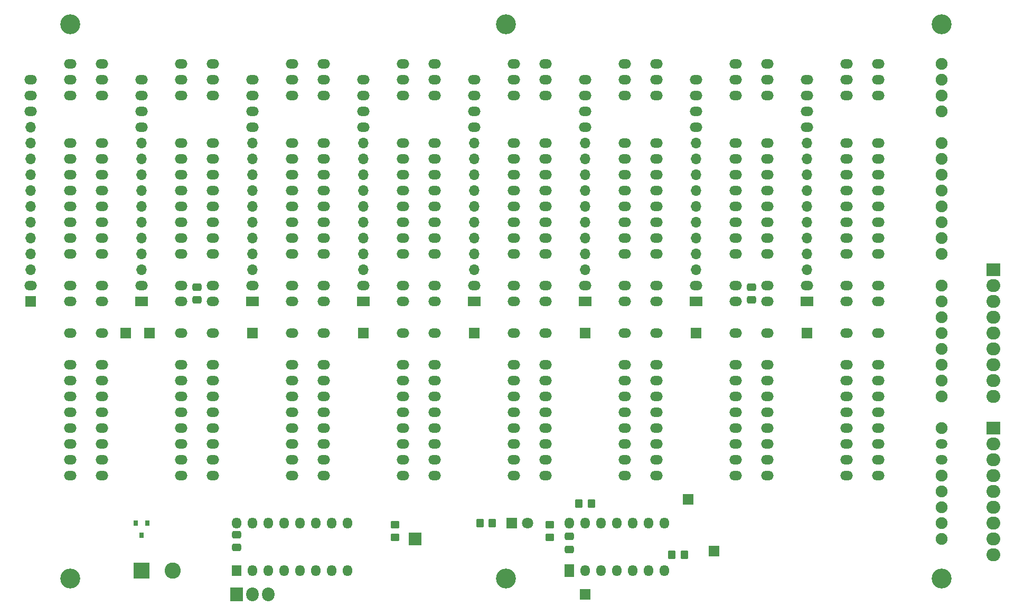
<source format=gbr>
%TF.GenerationSoftware,KiCad,Pcbnew,9.0.6*%
%TF.CreationDate,2026-01-09T18:10:28+03:00*%
%TF.ProjectId,Regs-v6,52656773-2d76-4362-9e6b-696361645f70,rev?*%
%TF.SameCoordinates,Original*%
%TF.FileFunction,Soldermask,Bot*%
%TF.FilePolarity,Negative*%
%FSLAX46Y46*%
G04 Gerber Fmt 4.6, Leading zero omitted, Abs format (unit mm)*
G04 Created by KiCad (PCBNEW 9.0.6) date 2026-01-09 18:10:28*
%MOMM*%
%LPD*%
G01*
G04 APERTURE LIST*
G04 Aperture macros list*
%AMRoundRect*
0 Rectangle with rounded corners*
0 $1 Rounding radius*
0 $2 $3 $4 $5 $6 $7 $8 $9 X,Y pos of 4 corners*
0 Add a 4 corners polygon primitive as box body*
4,1,4,$2,$3,$4,$5,$6,$7,$8,$9,$2,$3,0*
0 Add four circle primitives for the rounded corners*
1,1,$1+$1,$2,$3*
1,1,$1+$1,$4,$5*
1,1,$1+$1,$6,$7*
1,1,$1+$1,$8,$9*
0 Add four rect primitives between the rounded corners*
20,1,$1+$1,$2,$3,$4,$5,0*
20,1,$1+$1,$4,$5,$6,$7,0*
20,1,$1+$1,$6,$7,$8,$9,0*
20,1,$1+$1,$8,$9,$2,$3,0*%
G04 Aperture macros list end*
%ADD10O,2.000000X1.500000*%
%ADD11C,3.200000*%
%ADD12R,2.000000X2.200000*%
%ADD13O,2.000000X2.200000*%
%ADD14R,1.700000X1.700000*%
%ADD15R,1.500000X2.000000*%
%ADD16O,1.500000X1.800000*%
%ADD17R,2.600000X2.600000*%
%ADD18C,2.600000*%
%ADD19R,2.200000X2.100000*%
%ADD20O,2.200000X2.100000*%
%ADD21O,1.900000X1.900000*%
%ADD22O,1.900000X1.500000*%
%ADD23R,1.500000X1.800000*%
%ADD24R,2.000000X2.000000*%
%ADD25R,1.800000X1.800000*%
%ADD26C,1.800000*%
%ADD27RoundRect,0.249999X0.450001X-0.350001X0.450001X0.350001X-0.450001X0.350001X-0.450001X-0.350001X0*%
%ADD28RoundRect,0.249999X0.350001X0.450001X-0.350001X0.450001X-0.350001X-0.450001X0.350001X-0.450001X0*%
%ADD29RoundRect,0.250000X-0.475000X0.337500X-0.475000X-0.337500X0.475000X-0.337500X0.475000X0.337500X0*%
%ADD30R,0.800000X0.900000*%
%ADD31R,2.000000X1.500000*%
%ADD32O,1.700000X1.700000*%
%ADD33RoundRect,0.250000X0.350000X0.450000X-0.350000X0.450000X-0.350000X-0.450000X0.350000X-0.450000X0*%
%ADD34RoundRect,0.250000X-0.450000X0.350000X-0.450000X-0.350000X0.450000X-0.350000X0.450000X0.350000X0*%
G04 APERTURE END LIST*
D10*
%TO.C,U3*%
X116840000Y-90170000D03*
X116840000Y-87630000D03*
X116840000Y-85090000D03*
X116840000Y-82550000D03*
X116840000Y-80010000D03*
X116840000Y-77470000D03*
X116840000Y-74930000D03*
X116840000Y-72390000D03*
X116840000Y-67310000D03*
X116840000Y-62230000D03*
X116840000Y-59690000D03*
X116840000Y-54610000D03*
X116840000Y-52070000D03*
X116840000Y-49530000D03*
X116840000Y-46990000D03*
X116840000Y-44450000D03*
X116840000Y-41910000D03*
X116840000Y-39370000D03*
X116840000Y-36830000D03*
X116840000Y-29210000D03*
X116840000Y-26670000D03*
X116840000Y-24130000D03*
%TD*%
%TO.C,U5*%
X81280000Y-90170000D03*
X81280000Y-87630000D03*
X81280000Y-85090000D03*
X81280000Y-82550000D03*
X81280000Y-80010000D03*
X81280000Y-77470000D03*
X81280000Y-74930000D03*
X81280000Y-72390000D03*
X81280000Y-67310000D03*
X81280000Y-62230000D03*
X81280000Y-59690000D03*
X81280000Y-54610000D03*
X81280000Y-52070000D03*
X81280000Y-49530000D03*
X81280000Y-46990000D03*
X81280000Y-44450000D03*
X81280000Y-41910000D03*
X81280000Y-39370000D03*
X81280000Y-36830000D03*
X81280000Y-29210000D03*
X81280000Y-26670000D03*
X81280000Y-24130000D03*
%TD*%
%TO.C,U7*%
X45720000Y-90170000D03*
X45720000Y-87630000D03*
X45720000Y-85090000D03*
X45720000Y-82550000D03*
X45720000Y-80010000D03*
X45720000Y-77470000D03*
X45720000Y-74930000D03*
X45720000Y-72390000D03*
X45720000Y-67310000D03*
X45720000Y-62230000D03*
X45720000Y-59690000D03*
X45720000Y-54610000D03*
X45720000Y-52070000D03*
X45720000Y-49530000D03*
X45720000Y-46990000D03*
X45720000Y-44450000D03*
X45720000Y-41910000D03*
X45720000Y-39370000D03*
X45720000Y-36830000D03*
X45720000Y-29210000D03*
X45720000Y-26670000D03*
X45720000Y-24130000D03*
%TD*%
%TO.C,U4*%
X99060000Y-90170000D03*
X99060000Y-87630000D03*
X99060000Y-85090000D03*
X99060000Y-82550000D03*
X99060000Y-80010000D03*
X99060000Y-77470000D03*
X99060000Y-74930000D03*
X99060000Y-72390000D03*
X99060000Y-67310000D03*
X99060000Y-62230000D03*
X99060000Y-59690000D03*
X99060000Y-54610000D03*
X99060000Y-52070000D03*
X99060000Y-49530000D03*
X99060000Y-46990000D03*
X99060000Y-44450000D03*
X99060000Y-41910000D03*
X99060000Y-39370000D03*
X99060000Y-36830000D03*
X99060000Y-29210000D03*
X99060000Y-26670000D03*
X99060000Y-24130000D03*
%TD*%
%TO.C,U6*%
X63500000Y-90170000D03*
X63500000Y-87630000D03*
X63500000Y-85090000D03*
X63500000Y-82550000D03*
X63500000Y-80010000D03*
X63500000Y-77470000D03*
X63500000Y-74930000D03*
X63500000Y-72390000D03*
X63500000Y-67310000D03*
X63500000Y-62230000D03*
X63500000Y-59690000D03*
X63500000Y-54610000D03*
X63500000Y-52070000D03*
X63500000Y-49530000D03*
X63500000Y-46990000D03*
X63500000Y-44450000D03*
X63500000Y-41910000D03*
X63500000Y-39370000D03*
X63500000Y-36830000D03*
X63500000Y-29210000D03*
X63500000Y-26670000D03*
X63500000Y-24130000D03*
%TD*%
%TO.C,U8*%
X27940000Y-90170000D03*
X27940000Y-87630000D03*
X27940000Y-85090000D03*
X27940000Y-82550000D03*
X27940000Y-80010000D03*
X27940000Y-77470000D03*
X27940000Y-74930000D03*
X27940000Y-72390000D03*
X27940000Y-67310000D03*
X27940000Y-62230000D03*
X27940000Y-59690000D03*
X27940000Y-54610000D03*
X27940000Y-52070000D03*
X27940000Y-49530000D03*
X27940000Y-46990000D03*
X27940000Y-44450000D03*
X27940000Y-41910000D03*
X27940000Y-39370000D03*
X27940000Y-36830000D03*
X27940000Y-29210000D03*
X27940000Y-26670000D03*
X27940000Y-24130000D03*
%TD*%
%TO.C,U1*%
X152400000Y-90170000D03*
X152400000Y-87630000D03*
X152400000Y-85090000D03*
X152400000Y-82550000D03*
X152400000Y-80010000D03*
X152400000Y-77470000D03*
X152400000Y-74930000D03*
X152400000Y-72390000D03*
X152400000Y-67310000D03*
X152400000Y-62230000D03*
X152400000Y-59690000D03*
X152400000Y-54610000D03*
X152400000Y-52070000D03*
X152400000Y-49530000D03*
X152400000Y-46990000D03*
X152400000Y-44450000D03*
X152400000Y-41910000D03*
X152400000Y-39370000D03*
X152400000Y-36830000D03*
X152400000Y-29210000D03*
X152400000Y-26670000D03*
X152400000Y-24130000D03*
%TD*%
D11*
%TO.C,H1*%
X22860000Y-17780000D03*
%TD*%
%TO.C,H3*%
X22860000Y-106680000D03*
%TD*%
%TO.C,H5*%
X92710000Y-17780000D03*
%TD*%
%TO.C,H2*%
X92710000Y-106680000D03*
%TD*%
%TO.C,H4*%
X162560000Y-17780000D03*
%TD*%
%TO.C,H6*%
X162560000Y-106680000D03*
%TD*%
D12*
%TO.C,J11*%
X49530000Y-109220000D03*
D13*
X52070000Y-109220000D03*
X54610000Y-109220000D03*
%TD*%
D14*
%TO.C,J13*%
X87630000Y-67310000D03*
%TD*%
%TO.C,J14*%
X126047500Y-102235000D03*
%TD*%
%TO.C,J15*%
X105410000Y-109220000D03*
%TD*%
D15*
%TO.C,U14*%
X102870000Y-105410000D03*
D16*
X105410000Y-105410000D03*
X107950000Y-105410000D03*
X110490000Y-105410000D03*
X113030000Y-105410000D03*
X115570000Y-105410000D03*
X118110000Y-105410000D03*
X118110000Y-97790000D03*
X115570000Y-97790000D03*
X113030000Y-97790000D03*
X110490000Y-97790000D03*
X107950000Y-97790000D03*
X105410000Y-97790000D03*
X102870000Y-97790000D03*
%TD*%
D17*
%TO.C,J16*%
X34290000Y-105410000D03*
D18*
X39290000Y-105410000D03*
%TD*%
D19*
%TO.C,J17*%
X170815000Y-82550000D03*
D20*
X170815000Y-85090000D03*
X170815000Y-87630000D03*
X170815000Y-90170000D03*
X170815000Y-92710000D03*
X170815000Y-95250000D03*
X170815000Y-97790000D03*
X170815000Y-100330000D03*
X170815000Y-102870000D03*
%TD*%
D19*
%TO.C,J18*%
X170815000Y-57150000D03*
D20*
X170815000Y-59690000D03*
X170815000Y-62230000D03*
X170815000Y-64770000D03*
X170815000Y-67310000D03*
X170815000Y-69850000D03*
X170815000Y-72390000D03*
X170815000Y-74930000D03*
X170815000Y-77470000D03*
%TD*%
D14*
%TO.C,J19*%
X35560000Y-67310000D03*
%TD*%
D10*
%TO.C,U9*%
X147320000Y-90170000D03*
X147320000Y-87630000D03*
X147320000Y-85090000D03*
X147320000Y-82550000D03*
X147320000Y-80010000D03*
X147320000Y-77470000D03*
X147320000Y-74930000D03*
X147320000Y-72390000D03*
X147320000Y-67310000D03*
X147320000Y-62230000D03*
X147320000Y-59690000D03*
X147320000Y-54610000D03*
X147320000Y-52070000D03*
X147320000Y-49530000D03*
X147320000Y-46990000D03*
X147320000Y-44450000D03*
X147320000Y-41910000D03*
X147320000Y-39370000D03*
X147320000Y-36830000D03*
X147320000Y-29210000D03*
X147320000Y-26670000D03*
X147320000Y-24130000D03*
%TD*%
%TO.C,U10*%
X129540000Y-90170000D03*
X129540000Y-87630000D03*
X129540000Y-85090000D03*
X129540000Y-82550000D03*
X129540000Y-80010000D03*
X129540000Y-77470000D03*
X129540000Y-74930000D03*
X129540000Y-72390000D03*
X129540000Y-67310000D03*
X129540000Y-62230000D03*
X129540000Y-59690000D03*
X129540000Y-54610000D03*
X129540000Y-52070000D03*
X129540000Y-49530000D03*
X129540000Y-46990000D03*
X129540000Y-44450000D03*
X129540000Y-41910000D03*
X129540000Y-39370000D03*
X129540000Y-36830000D03*
X129540000Y-29210000D03*
X129540000Y-26670000D03*
X129540000Y-24130000D03*
%TD*%
%TO.C,U11*%
X111760000Y-90170000D03*
X111760000Y-87630000D03*
X111760000Y-85090000D03*
X111760000Y-82550000D03*
X111760000Y-80010000D03*
X111760000Y-77470000D03*
X111760000Y-74930000D03*
X111760000Y-72390000D03*
X111760000Y-67310000D03*
X111760000Y-62230000D03*
X111760000Y-59690000D03*
X111760000Y-54610000D03*
X111760000Y-52070000D03*
X111760000Y-49530000D03*
X111760000Y-46990000D03*
X111760000Y-44450000D03*
X111760000Y-41910000D03*
X111760000Y-39370000D03*
X111760000Y-36830000D03*
X111760000Y-29210000D03*
X111760000Y-26670000D03*
X111760000Y-24130000D03*
%TD*%
%TO.C,U12*%
X93980000Y-90170000D03*
X93980000Y-87630000D03*
X93980000Y-85090000D03*
X93980000Y-82550000D03*
X93980000Y-80010000D03*
X93980000Y-77470000D03*
X93980000Y-74930000D03*
X93980000Y-72390000D03*
X93980000Y-67310000D03*
X93980000Y-62230000D03*
X93980000Y-59690000D03*
X93980000Y-54610000D03*
X93980000Y-52070000D03*
X93980000Y-49530000D03*
X93980000Y-46990000D03*
X93980000Y-44450000D03*
X93980000Y-41910000D03*
X93980000Y-39370000D03*
X93980000Y-36830000D03*
X93980000Y-29210000D03*
X93980000Y-26670000D03*
X93980000Y-24130000D03*
%TD*%
%TO.C,U16*%
X76200000Y-90170000D03*
X76200000Y-87630000D03*
X76200000Y-85090000D03*
X76200000Y-82550000D03*
X76200000Y-80010000D03*
X76200000Y-77470000D03*
X76200000Y-74930000D03*
X76200000Y-72390000D03*
X76200000Y-67310000D03*
X76200000Y-62230000D03*
X76200000Y-59690000D03*
X76200000Y-54610000D03*
X76200000Y-52070000D03*
X76200000Y-49530000D03*
X76200000Y-46990000D03*
X76200000Y-44450000D03*
X76200000Y-41910000D03*
X76200000Y-39370000D03*
X76200000Y-36830000D03*
X76200000Y-29210000D03*
X76200000Y-26670000D03*
X76200000Y-24130000D03*
%TD*%
%TO.C,U17*%
X58420000Y-90170000D03*
X58420000Y-87630000D03*
X58420000Y-85090000D03*
X58420000Y-82550000D03*
X58420000Y-80010000D03*
X58420000Y-77470000D03*
X58420000Y-74930000D03*
X58420000Y-72390000D03*
X58420000Y-67310000D03*
X58420000Y-62230000D03*
X58420000Y-59690000D03*
X58420000Y-54610000D03*
X58420000Y-52070000D03*
X58420000Y-49530000D03*
X58420000Y-46990000D03*
X58420000Y-44450000D03*
X58420000Y-41910000D03*
X58420000Y-39370000D03*
X58420000Y-36830000D03*
X58420000Y-29210000D03*
X58420000Y-26670000D03*
X58420000Y-24130000D03*
%TD*%
%TO.C,U18*%
X40640000Y-90170000D03*
X40640000Y-87630000D03*
X40640000Y-85090000D03*
X40640000Y-82550000D03*
X40640000Y-80010000D03*
X40640000Y-77470000D03*
X40640000Y-74930000D03*
X40640000Y-72390000D03*
X40640000Y-67310000D03*
X40640000Y-62230000D03*
X40640000Y-59690000D03*
X40640000Y-54610000D03*
X40640000Y-52070000D03*
X40640000Y-49530000D03*
X40640000Y-46990000D03*
X40640000Y-44450000D03*
X40640000Y-41910000D03*
X40640000Y-39370000D03*
X40640000Y-36830000D03*
X40640000Y-29210000D03*
X40640000Y-26670000D03*
X40640000Y-24130000D03*
%TD*%
%TO.C,U19*%
X22860000Y-90170000D03*
X22860000Y-87630000D03*
X22860000Y-85090000D03*
X22860000Y-82550000D03*
X22860000Y-80010000D03*
X22860000Y-77470000D03*
X22860000Y-74930000D03*
X22860000Y-72390000D03*
X22860000Y-67310000D03*
X22860000Y-62230000D03*
X22860000Y-59690000D03*
X22860000Y-54610000D03*
X22860000Y-52070000D03*
X22860000Y-49530000D03*
X22860000Y-46990000D03*
X22860000Y-44450000D03*
X22860000Y-41910000D03*
X22860000Y-39370000D03*
X22860000Y-36830000D03*
X22860000Y-29210000D03*
X22860000Y-26670000D03*
X22860000Y-24130000D03*
%TD*%
%TO.C,U2*%
X134620000Y-90170000D03*
X134620000Y-87630000D03*
X134620000Y-85090000D03*
X134620000Y-82550000D03*
X134620000Y-80010000D03*
X134620000Y-77470000D03*
X134620000Y-74930000D03*
X134620000Y-72390000D03*
X134620000Y-67310000D03*
X134620000Y-62230000D03*
X134620000Y-59690000D03*
X134620000Y-54610000D03*
X134620000Y-52070000D03*
X134620000Y-49530000D03*
X134620000Y-46990000D03*
X134620000Y-44450000D03*
X134620000Y-41910000D03*
X134620000Y-39370000D03*
X134620000Y-36830000D03*
X134620000Y-29210000D03*
X134620000Y-26670000D03*
X134620000Y-24130000D03*
%TD*%
D21*
%TO.C,U15*%
X162560000Y-100330000D03*
X162560000Y-97790000D03*
X162560000Y-95250000D03*
X162560000Y-92710000D03*
X162560000Y-90170000D03*
D22*
X162560000Y-87630000D03*
X162560000Y-85090000D03*
D21*
X162560000Y-82550000D03*
X162560000Y-77470000D03*
X162560000Y-74930000D03*
X162560000Y-72390000D03*
X162560000Y-69850000D03*
X162560000Y-67310000D03*
X162560000Y-64770000D03*
X162560000Y-62230000D03*
X162560000Y-59690000D03*
X162560000Y-54610000D03*
X162560000Y-52070000D03*
X162560000Y-49530000D03*
X162560000Y-46990000D03*
X162560000Y-44450000D03*
X162560000Y-41910000D03*
X162560000Y-39370000D03*
X162560000Y-36830000D03*
X162560000Y-31750000D03*
X162560000Y-29210000D03*
X162560000Y-26670000D03*
X162560000Y-24130000D03*
%TD*%
D23*
%TO.C,U13*%
X49530000Y-105410000D03*
D16*
X52070000Y-105410000D03*
X54610000Y-105410000D03*
X57150000Y-105410000D03*
X59690000Y-105410000D03*
X62230000Y-105410000D03*
X64770000Y-105410000D03*
X67310000Y-105410000D03*
X67310000Y-97790000D03*
X64770000Y-97790000D03*
X62230000Y-97790000D03*
X59690000Y-97790000D03*
X57150000Y-97790000D03*
X54610000Y-97790000D03*
X52070000Y-97790000D03*
X49530000Y-97790000D03*
%TD*%
D14*
%TO.C,J20*%
X52070000Y-67310000D03*
%TD*%
D24*
%TO.C,J12*%
X78105000Y-100330000D03*
%TD*%
D25*
%TO.C,D1*%
X93662500Y-97790000D03*
D26*
X96202500Y-97790000D03*
%TD*%
D14*
%TO.C,J9*%
X121920000Y-93980000D03*
%TD*%
%TO.C,J10*%
X140970000Y-67310000D03*
%TD*%
%TO.C,J21*%
X105410000Y-67310000D03*
%TD*%
%TO.C,J22*%
X31750000Y-67310000D03*
%TD*%
%TO.C,J23*%
X123190000Y-67310000D03*
%TD*%
%TO.C,J24*%
X69850000Y-67310000D03*
%TD*%
D27*
%TO.C,R5*%
X74930000Y-100060000D03*
X74930000Y-98060000D03*
%TD*%
D28*
%TO.C,R6*%
X106410000Y-94615000D03*
X104410000Y-94615000D03*
%TD*%
D29*
%TO.C,C1*%
X43180000Y-59922500D03*
X43180000Y-61997500D03*
%TD*%
%TO.C,C2*%
X132080000Y-59922500D03*
X132080000Y-61997500D03*
%TD*%
%TO.C,C3*%
X49530000Y-99610000D03*
X49530000Y-101685000D03*
%TD*%
%TO.C,C4*%
X102870000Y-99927500D03*
X102870000Y-102002500D03*
%TD*%
D30*
%TO.C,Q1*%
X33340000Y-97742500D03*
X35240000Y-97742500D03*
X34290000Y-99742500D03*
%TD*%
D28*
%TO.C,R7*%
X121332500Y-102870000D03*
X119332500Y-102870000D03*
%TD*%
D31*
%TO.C,J1*%
X140970000Y-62230000D03*
D10*
X140970000Y-59690000D03*
D32*
X140970000Y-57150000D03*
X140970000Y-54610000D03*
X140970000Y-52070000D03*
X140970000Y-49530000D03*
X140970000Y-46990000D03*
X140970000Y-44450000D03*
X140970000Y-41910000D03*
X140970000Y-39370000D03*
X140970000Y-36830000D03*
D10*
X140970000Y-34290000D03*
X140970000Y-31750000D03*
X140970000Y-29210000D03*
X140970000Y-26670000D03*
%TD*%
D31*
%TO.C,J2*%
X123190000Y-62230000D03*
D10*
X123190000Y-59690000D03*
D32*
X123190000Y-57150000D03*
X123190000Y-54610000D03*
X123190000Y-52070000D03*
X123190000Y-49530000D03*
X123190000Y-46990000D03*
X123190000Y-44450000D03*
X123190000Y-41910000D03*
X123190000Y-39370000D03*
X123190000Y-36830000D03*
D10*
X123190000Y-34290000D03*
X123190000Y-31750000D03*
X123190000Y-29210000D03*
X123190000Y-26670000D03*
%TD*%
D31*
%TO.C,J3*%
X105410000Y-62230000D03*
D10*
X105410000Y-59690000D03*
D32*
X105410000Y-57150000D03*
X105410000Y-54610000D03*
X105410000Y-52070000D03*
X105410000Y-49530000D03*
X105410000Y-46990000D03*
X105410000Y-44450000D03*
X105410000Y-41910000D03*
X105410000Y-39370000D03*
X105410000Y-36830000D03*
D10*
X105410000Y-34290000D03*
X105410000Y-31750000D03*
X105410000Y-29210000D03*
X105410000Y-26670000D03*
%TD*%
D31*
%TO.C,J4*%
X87630000Y-62230000D03*
D10*
X87630000Y-59690000D03*
D32*
X87630000Y-57150000D03*
X87630000Y-54610000D03*
X87630000Y-52070000D03*
X87630000Y-49530000D03*
X87630000Y-46990000D03*
X87630000Y-44450000D03*
X87630000Y-41910000D03*
X87630000Y-39370000D03*
X87630000Y-36830000D03*
D10*
X87630000Y-34290000D03*
X87630000Y-31750000D03*
X87630000Y-29210000D03*
X87630000Y-26670000D03*
%TD*%
D31*
%TO.C,J5*%
X69850000Y-62230000D03*
D10*
X69850000Y-59690000D03*
D32*
X69850000Y-57150000D03*
X69850000Y-54610000D03*
X69850000Y-52070000D03*
X69850000Y-49530000D03*
X69850000Y-46990000D03*
X69850000Y-44450000D03*
X69850000Y-41910000D03*
X69850000Y-39370000D03*
X69850000Y-36830000D03*
D10*
X69850000Y-34290000D03*
X69850000Y-31750000D03*
X69850000Y-29210000D03*
X69850000Y-26670000D03*
%TD*%
D31*
%TO.C,J6*%
X52070000Y-62230000D03*
D10*
X52070000Y-59690000D03*
D32*
X52070000Y-57150000D03*
X52070000Y-54610000D03*
X52070000Y-52070000D03*
X52070000Y-49530000D03*
X52070000Y-46990000D03*
X52070000Y-44450000D03*
X52070000Y-41910000D03*
X52070000Y-39370000D03*
X52070000Y-36830000D03*
D10*
X52070000Y-34290000D03*
X52070000Y-31750000D03*
X52070000Y-29210000D03*
X52070000Y-26670000D03*
%TD*%
D31*
%TO.C,J7*%
X34290000Y-62230000D03*
D10*
X34290000Y-59690000D03*
D32*
X34290000Y-57150000D03*
X34290000Y-54610000D03*
X34290000Y-52070000D03*
X34290000Y-49530000D03*
X34290000Y-46990000D03*
X34290000Y-44450000D03*
X34290000Y-41910000D03*
X34290000Y-39370000D03*
X34290000Y-36830000D03*
D10*
X34290000Y-34290000D03*
X34290000Y-31750000D03*
X34290000Y-29210000D03*
X34290000Y-26670000D03*
%TD*%
D14*
%TO.C,J8*%
X16510000Y-62230000D03*
D10*
X16510000Y-59690000D03*
D32*
X16510000Y-57150000D03*
X16510000Y-54610000D03*
X16510000Y-52070000D03*
X16510000Y-49530000D03*
X16510000Y-46990000D03*
X16510000Y-44450000D03*
X16510000Y-41910000D03*
X16510000Y-39370000D03*
X16510000Y-36830000D03*
X16510000Y-34290000D03*
D10*
X16510000Y-31750000D03*
X16510000Y-29210000D03*
X16510000Y-26670000D03*
%TD*%
D33*
%TO.C,R1*%
X90535000Y-97790000D03*
X88535000Y-97790000D03*
%TD*%
D34*
%TO.C,R2*%
X99695000Y-98060000D03*
X99695000Y-100060000D03*
%TD*%
M02*

</source>
